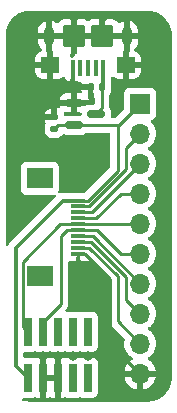
<source format=gtl>
G04 #@! TF.GenerationSoftware,KiCad,Pcbnew,7.0.0-da2b9df05c~165~ubuntu22.04.1*
G04 #@! TF.CreationDate,2023-07-19T14:48:20+00:00*
G04 #@! TF.ProjectId,sensus-breakout,73656e73-7573-42d6-9272-65616b6f7574,rev?*
G04 #@! TF.SameCoordinates,Original*
G04 #@! TF.FileFunction,Copper,L1,Top*
G04 #@! TF.FilePolarity,Positive*
%FSLAX46Y46*%
G04 Gerber Fmt 4.6, Leading zero omitted, Abs format (unit mm)*
G04 Created by KiCad (PCBNEW 7.0.0-da2b9df05c~165~ubuntu22.04.1) date 2023-07-19 14:48:20*
%MOMM*%
%LPD*%
G01*
G04 APERTURE LIST*
G04 Aperture macros list*
%AMRoundRect*
0 Rectangle with rounded corners*
0 $1 Rounding radius*
0 $2 $3 $4 $5 $6 $7 $8 $9 X,Y pos of 4 corners*
0 Add a 4 corners polygon primitive as box body*
4,1,4,$2,$3,$4,$5,$6,$7,$8,$9,$2,$3,0*
0 Add four circle primitives for the rounded corners*
1,1,$1+$1,$2,$3*
1,1,$1+$1,$4,$5*
1,1,$1+$1,$6,$7*
1,1,$1+$1,$8,$9*
0 Add four rect primitives between the rounded corners*
20,1,$1+$1,$2,$3,$4,$5,0*
20,1,$1+$1,$4,$5,$6,$7,0*
20,1,$1+$1,$6,$7,$8,$9,0*
20,1,$1+$1,$8,$9,$2,$3,0*%
G04 Aperture macros list end*
G04 #@! TA.AperFunction,SMDPad,CuDef*
%ADD10RoundRect,0.140000X-0.140000X-0.170000X0.140000X-0.170000X0.140000X0.170000X-0.140000X0.170000X0*%
G04 #@! TD*
G04 #@! TA.AperFunction,SMDPad,CuDef*
%ADD11RoundRect,0.140000X-0.170000X0.140000X-0.170000X-0.140000X0.170000X-0.140000X0.170000X0.140000X0*%
G04 #@! TD*
G04 #@! TA.AperFunction,SMDPad,CuDef*
%ADD12R,0.740000X2.400000*%
G04 #@! TD*
G04 #@! TA.AperFunction,ComponentPad*
%ADD13R,1.700000X1.700000*%
G04 #@! TD*
G04 #@! TA.AperFunction,ComponentPad*
%ADD14O,1.700000X1.700000*%
G04 #@! TD*
G04 #@! TA.AperFunction,SMDPad,CuDef*
%ADD15RoundRect,0.150000X-0.587500X-0.150000X0.587500X-0.150000X0.587500X0.150000X-0.587500X0.150000X0*%
G04 #@! TD*
G04 #@! TA.AperFunction,SMDPad,CuDef*
%ADD16RoundRect,0.100000X0.100000X0.575000X-0.100000X0.575000X-0.100000X-0.575000X0.100000X-0.575000X0*%
G04 #@! TD*
G04 #@! TA.AperFunction,ComponentPad*
%ADD17O,0.900000X1.600000*%
G04 #@! TD*
G04 #@! TA.AperFunction,SMDPad,CuDef*
%ADD18RoundRect,0.250000X0.550000X0.450000X-0.550000X0.450000X-0.550000X-0.450000X0.550000X-0.450000X0*%
G04 #@! TD*
G04 #@! TA.AperFunction,SMDPad,CuDef*
%ADD19RoundRect,0.250000X0.700000X0.700000X-0.700000X0.700000X-0.700000X-0.700000X0.700000X-0.700000X0*%
G04 #@! TD*
G04 #@! TA.AperFunction,SMDPad,CuDef*
%ADD20R,1.300000X0.300000*%
G04 #@! TD*
G04 #@! TA.AperFunction,SMDPad,CuDef*
%ADD21R,2.200000X1.800000*%
G04 #@! TD*
G04 #@! TA.AperFunction,ViaPad*
%ADD22C,0.800000*%
G04 #@! TD*
G04 #@! TA.AperFunction,Conductor*
%ADD23C,0.250000*%
G04 #@! TD*
G04 #@! TA.AperFunction,Conductor*
%ADD24C,0.300000*%
G04 #@! TD*
G04 APERTURE END LIST*
D10*
G04 #@! TO.P,C1,1*
G04 #@! TO.N,GND*
X101588000Y-58539000D03*
G04 #@! TO.P,C1,2*
G04 #@! TO.N,Net-(J5-VBUS)*
X102548000Y-58539000D03*
G04 #@! TD*
D11*
G04 #@! TO.P,C2,1*
G04 #@! TO.N,GND*
X98512000Y-61107000D03*
G04 #@! TO.P,C2,2*
G04 #@! TO.N,+3.3V*
X98512000Y-62067000D03*
G04 #@! TD*
D12*
G04 #@! TO.P,J3,1,Pin_1*
G04 #@! TO.N,+3.3V*
X96265999Y-83147999D03*
G04 #@! TO.P,J3,2,Pin_2*
G04 #@! TO.N,/SWDIO*
X96265999Y-79247999D03*
G04 #@! TO.P,J3,3,Pin_3*
G04 #@! TO.N,GND*
X97535999Y-83147999D03*
G04 #@! TO.P,J3,4,Pin_4*
G04 #@! TO.N,/SWCLK*
X97535999Y-79247999D03*
G04 #@! TO.P,J3,5,Pin_5*
G04 #@! TO.N,GND*
X98805999Y-83147999D03*
G04 #@! TO.P,J3,6,Pin_6*
G04 #@! TO.N,unconnected-(J3-Pin_6-Pad6)*
X98805999Y-79247999D03*
G04 #@! TO.P,J3,7,Pin_7*
G04 #@! TO.N,unconnected-(J3-Pin_7-Pad7)*
X100075999Y-83147999D03*
G04 #@! TO.P,J3,8,Pin_8*
G04 #@! TO.N,unconnected-(J3-Pin_8-Pad8)*
X100075999Y-79247999D03*
G04 #@! TO.P,J3,9,Pin_9*
G04 #@! TO.N,unconnected-(J3-Pin_9-Pad9)*
X101345999Y-83147999D03*
G04 #@! TO.P,J3,10,Pin_10*
G04 #@! TO.N,unconnected-(J3-Pin_10-Pad10)*
X101345999Y-79247999D03*
G04 #@! TD*
D13*
G04 #@! TO.P,J2,1,Pin_1*
G04 #@! TO.N,+3.3V*
X105790999Y-59943999D03*
D14*
G04 #@! TO.P,J2,2,Pin_2*
G04 #@! TO.N,Net-(J1-Pin_2)*
X105790999Y-62483999D03*
G04 #@! TO.P,J2,3,Pin_3*
G04 #@! TO.N,Net-(J1-Pin_3)*
X105790999Y-65023999D03*
G04 #@! TO.P,J2,4,Pin_4*
G04 #@! TO.N,Net-(J1-Pin_4)*
X105790999Y-67563999D03*
G04 #@! TO.P,J2,5,Pin_5*
G04 #@! TO.N,/SWDIO*
X105790999Y-70103999D03*
G04 #@! TO.P,J2,6,Pin_6*
G04 #@! TO.N,/SWCLK*
X105790999Y-72643999D03*
G04 #@! TO.P,J2,7,Pin_7*
G04 #@! TO.N,Net-(J1-Pin_7)*
X105790999Y-75183999D03*
G04 #@! TO.P,J2,8,Pin_8*
G04 #@! TO.N,Net-(J1-Pin_8)*
X105790999Y-77723999D03*
G04 #@! TO.P,J2,9,Pin_9*
G04 #@! TO.N,Net-(J1-Pin_9)*
X105790999Y-80263999D03*
G04 #@! TO.P,J2,10,Pin_10*
G04 #@! TO.N,GND*
X105790999Y-82803999D03*
G04 #@! TD*
D15*
G04 #@! TO.P,U1,1,GND*
G04 #@! TO.N,GND*
X100193000Y-59875000D03*
G04 #@! TO.P,U1,2,VO*
G04 #@! TO.N,+3.3V*
X100193000Y-61775000D03*
G04 #@! TO.P,U1,3,VI*
G04 #@! TO.N,Net-(J5-VBUS)*
X102068000Y-60825000D03*
G04 #@! TD*
D16*
G04 #@! TO.P,J5,1,VBUS*
G04 #@! TO.N,Net-(J5-VBUS)*
X102676000Y-56896000D03*
G04 #@! TO.P,J5,2,D-*
G04 #@! TO.N,unconnected-(J5-D--Pad2)*
X102026000Y-56896000D03*
G04 #@! TO.P,J5,3,D+*
G04 #@! TO.N,unconnected-(J5-D+-Pad3)*
X101376000Y-56896000D03*
G04 #@! TO.P,J5,4,ID*
G04 #@! TO.N,unconnected-(J5-ID-Pad4)*
X100726000Y-56896000D03*
G04 #@! TO.P,J5,5,GND*
G04 #@! TO.N,GND*
X100076000Y-56896000D03*
D17*
G04 #@! TO.P,J5,6,Shield*
X104675999Y-54220999D03*
D18*
X104576000Y-56671000D03*
D19*
X102576000Y-54221000D03*
X100176000Y-54221000D03*
D18*
X98176000Y-56671000D03*
D17*
X98075999Y-54220999D03*
G04 #@! TD*
D20*
G04 #@! TO.P,J1,1,Pin_1*
G04 #@! TO.N,+3.3V*
X100531999Y-68148998D03*
G04 #@! TO.P,J1,2,Pin_2*
G04 #@! TO.N,Net-(J1-Pin_2)*
X100531999Y-68648998D03*
G04 #@! TO.P,J1,3,Pin_3*
G04 #@! TO.N,Net-(J1-Pin_3)*
X100531999Y-69148998D03*
G04 #@! TO.P,J1,4,Pin_4*
G04 #@! TO.N,Net-(J1-Pin_4)*
X100531999Y-69648998D03*
G04 #@! TO.P,J1,5,Pin_5*
G04 #@! TO.N,/SWDIO*
X100531999Y-70148998D03*
G04 #@! TO.P,J1,6,Pin_6*
G04 #@! TO.N,/SWCLK*
X100531999Y-70648998D03*
G04 #@! TO.P,J1,7,Pin_7*
G04 #@! TO.N,Net-(J1-Pin_7)*
X100531999Y-71148998D03*
G04 #@! TO.P,J1,8,Pin_8*
G04 #@! TO.N,Net-(J1-Pin_8)*
X100531999Y-71648998D03*
G04 #@! TO.P,J1,9,Pin_9*
G04 #@! TO.N,Net-(J1-Pin_9)*
X100531999Y-72148998D03*
G04 #@! TO.P,J1,10,Pin_10*
G04 #@! TO.N,GND*
X100531999Y-72648998D03*
D21*
G04 #@! TO.P,J1,MP*
G04 #@! TO.N,N/C*
X97281999Y-66248998D03*
X97281999Y-74548998D03*
G04 #@! TD*
D22*
G04 #@! TO.N,GND*
X98552000Y-59944000D03*
X96266000Y-52832000D03*
X107696000Y-67564000D03*
X107696000Y-70104000D03*
X105791000Y-84582000D03*
X95250000Y-67564000D03*
X107696000Y-65024000D03*
X103124000Y-84582000D03*
X98806000Y-81280000D03*
X100076000Y-81280000D03*
X107696000Y-57404000D03*
X100584000Y-63500000D03*
X107696000Y-77724000D03*
X107696000Y-82804000D03*
X103124000Y-82804000D03*
X97536000Y-81280000D03*
X103124000Y-81280000D03*
X102108000Y-65024000D03*
X95250000Y-57404000D03*
X97028000Y-59944000D03*
X107696000Y-75184000D03*
X102616000Y-52578000D03*
X101346000Y-81280000D03*
X107696000Y-72644000D03*
X107696000Y-59944000D03*
X107696000Y-80264000D03*
X95250000Y-55118000D03*
X106680000Y-52832000D03*
X95250000Y-59944000D03*
X100584000Y-65024000D03*
X107696000Y-55118000D03*
X102108000Y-63500000D03*
X95250000Y-65024000D03*
X95250000Y-69850000D03*
X100203000Y-52578000D03*
X95250000Y-62484000D03*
X107696000Y-62484000D03*
G04 #@! TD*
D23*
G04 #@! TO.N,Net-(J1-Pin_2)*
X101482000Y-68648999D02*
X104616000Y-65514999D01*
X100532000Y-68648999D02*
X101482000Y-68648999D01*
X104616000Y-63659000D02*
X105791000Y-62484000D01*
X104616000Y-65514999D02*
X104616000Y-63659000D01*
G04 #@! TO.N,Net-(J1-Pin_3)*
X100532000Y-69148999D02*
X101666001Y-69148999D01*
X101666001Y-69148999D02*
X105791000Y-65024000D01*
G04 #@! TO.N,Net-(J1-Pin_4)*
X102055001Y-69648999D02*
X104140000Y-67564000D01*
X100532000Y-69648999D02*
X102055001Y-69648999D01*
X104140000Y-67564000D02*
X105791000Y-67564000D01*
G04 #@! TO.N,Net-(J1-Pin_7)*
X100532000Y-71148999D02*
X101755999Y-71148999D01*
X101755999Y-71148999D02*
X105791000Y-75184000D01*
G04 #@! TO.N,Net-(J1-Pin_8)*
X104616000Y-76549000D02*
X105791000Y-77724000D01*
X100532000Y-71648999D02*
X101618396Y-71648999D01*
X104616000Y-74646603D02*
X104616000Y-76549000D01*
X101618396Y-71648999D02*
X104616000Y-74646603D01*
G04 #@! TO.N,Net-(J1-Pin_9)*
X101482000Y-72148999D02*
X103886000Y-74552999D01*
X103886000Y-78359000D02*
X105791000Y-80264000D01*
X100532000Y-72148999D02*
X101482000Y-72148999D01*
X103886000Y-74552999D02*
X103886000Y-78359000D01*
G04 #@! TO.N,GND*
X100532000Y-72648999D02*
X100532000Y-73100000D01*
X103251000Y-80264000D02*
X103251000Y-74803000D01*
X101096999Y-72648999D02*
X100532000Y-72648999D01*
D24*
X100076000Y-56896000D02*
X100076000Y-58166000D01*
D23*
X100584000Y-73152000D02*
X100532000Y-73100000D01*
X103251000Y-74803000D02*
X101096999Y-72648999D01*
X105791000Y-82804000D02*
X103251000Y-80264000D01*
G04 #@! TO.N,Net-(J5-VBUS)*
X102548000Y-60345000D02*
X102068000Y-60825000D01*
D24*
X102676000Y-58411000D02*
X102548000Y-58539000D01*
D23*
X102548000Y-58539000D02*
X102548000Y-60345000D01*
D24*
X102676000Y-56896000D02*
X102676000Y-58411000D01*
D23*
G04 #@! TO.N,+3.3V*
X100193000Y-61775000D02*
X98804000Y-61775000D01*
D24*
X99237001Y-68148999D02*
X100532000Y-68148999D01*
D23*
X101345604Y-68148999D02*
X103886000Y-65608603D01*
X100193000Y-61775000D02*
X103812000Y-61775000D01*
X103812000Y-61775000D02*
X103886000Y-61849000D01*
X103886000Y-61849000D02*
X105791000Y-59944000D01*
D24*
X95250000Y-72136000D02*
X99237001Y-68148999D01*
D23*
X103886000Y-65608603D02*
X103886000Y-61849000D01*
X98804000Y-61775000D02*
X98512000Y-62067000D01*
D24*
X95250000Y-82132000D02*
X95250000Y-72136000D01*
D23*
X100532000Y-68148999D02*
X101345604Y-68148999D01*
D24*
X96266000Y-83148000D02*
X95250000Y-82132000D01*
D23*
G04 #@! TO.N,/SWDIO*
X95857000Y-73323999D02*
X99032000Y-70148999D01*
X105746001Y-70148999D02*
X105791000Y-70104000D01*
X99032000Y-70148999D02*
X100532000Y-70148999D01*
X100532000Y-70148999D02*
X105746001Y-70148999D01*
X95857000Y-78839000D02*
X95857000Y-73323999D01*
X96266000Y-79248000D02*
X95857000Y-78839000D01*
G04 #@! TO.N,/SWCLK*
X97536000Y-79248000D02*
X97536000Y-78418000D01*
X97536000Y-78418000D02*
X99060000Y-76894000D01*
X99582000Y-70648999D02*
X100532000Y-70648999D01*
X99060000Y-71170999D02*
X99582000Y-70648999D01*
X99060000Y-76894000D02*
X99060000Y-71170999D01*
X100532000Y-70648999D02*
X102144999Y-70648999D01*
X104140000Y-72644000D02*
X105791000Y-72644000D01*
X102144999Y-70648999D02*
X104140000Y-72644000D01*
G04 #@! TD*
G04 #@! TA.AperFunction,Conductor*
G04 #@! TO.N,GND*
G36*
X106428019Y-52070633D02*
G01*
X106457188Y-52072544D01*
X106509780Y-52075991D01*
X106695833Y-52089298D01*
X106703475Y-52090328D01*
X106821233Y-52113752D01*
X106968306Y-52145746D01*
X106975052Y-52147618D01*
X107095739Y-52188585D01*
X107197438Y-52226517D01*
X107230528Y-52238860D01*
X107236286Y-52241346D01*
X107353386Y-52299093D01*
X107477587Y-52366912D01*
X107482314Y-52369773D01*
X107540141Y-52408412D01*
X107590885Y-52442318D01*
X107593595Y-52444236D01*
X107593872Y-52444443D01*
X107704895Y-52527553D01*
X107708603Y-52530560D01*
X107807200Y-52617027D01*
X107810146Y-52619786D01*
X107908211Y-52717851D01*
X107910971Y-52720798D01*
X107997430Y-52819385D01*
X108000451Y-52823111D01*
X108083762Y-52934403D01*
X108085680Y-52937113D01*
X108158220Y-53045676D01*
X108161086Y-53050410D01*
X108228906Y-53174613D01*
X108286652Y-53291712D01*
X108289138Y-53297470D01*
X108339412Y-53432254D01*
X108380378Y-53552939D01*
X108382253Y-53559694D01*
X108414247Y-53706766D01*
X108437667Y-53824507D01*
X108438702Y-53832187D01*
X108452017Y-54018354D01*
X108457367Y-54099967D01*
X108457500Y-54104024D01*
X108457500Y-83143123D01*
X108457367Y-83147178D01*
X108452037Y-83228527D01*
X108438699Y-83415013D01*
X108437665Y-83422691D01*
X108414343Y-83539952D01*
X108382233Y-83687556D01*
X108380359Y-83694310D01*
X108339572Y-83814473D01*
X108289080Y-83949844D01*
X108286594Y-83955601D01*
X108229125Y-84072145D01*
X108195004Y-84134634D01*
X108160972Y-84196958D01*
X108158106Y-84201691D01*
X108085945Y-84309692D01*
X108084026Y-84312404D01*
X108000245Y-84424320D01*
X107997225Y-84428045D01*
X107911275Y-84526055D01*
X107908500Y-84529017D01*
X107809838Y-84627680D01*
X107806876Y-84630454D01*
X107708927Y-84716354D01*
X107705201Y-84719375D01*
X107593109Y-84803285D01*
X107590400Y-84805202D01*
X107482657Y-84877196D01*
X107477922Y-84880063D01*
X107352617Y-84948485D01*
X107236633Y-85005681D01*
X107230875Y-85008167D01*
X107094518Y-85059028D01*
X106975399Y-85099463D01*
X106968644Y-85101338D01*
X106819009Y-85133890D01*
X106703817Y-85156803D01*
X106696137Y-85157838D01*
X106502871Y-85171661D01*
X106428632Y-85176526D01*
X106424577Y-85176659D01*
X96434877Y-85176659D01*
X96430823Y-85176526D01*
X96349466Y-85171195D01*
X96162989Y-85157858D01*
X96155311Y-85156824D01*
X96038016Y-85133495D01*
X95890453Y-85101395D01*
X95883695Y-85099519D01*
X95855411Y-85089917D01*
X95798258Y-85049726D01*
X95771906Y-84985016D01*
X95784723Y-84916332D01*
X95832638Y-84865481D01*
X95895269Y-84848499D01*
X96683872Y-84848499D01*
X96743483Y-84842091D01*
X96858383Y-84799235D01*
X96928073Y-84794252D01*
X96945049Y-84799236D01*
X97058623Y-84841597D01*
X97058627Y-84841598D01*
X97118155Y-84847999D01*
X97118172Y-84848000D01*
X97286000Y-84848000D01*
X97286000Y-83398000D01*
X97786000Y-83398000D01*
X97786000Y-84848000D01*
X97953828Y-84848000D01*
X97953844Y-84847999D01*
X98013372Y-84841598D01*
X98013376Y-84841597D01*
X98127666Y-84798969D01*
X98197357Y-84793985D01*
X98214334Y-84798969D01*
X98328623Y-84841597D01*
X98328627Y-84841598D01*
X98388155Y-84847999D01*
X98388172Y-84848000D01*
X98556000Y-84848000D01*
X99056000Y-84848000D01*
X99223828Y-84848000D01*
X99223844Y-84847999D01*
X99283372Y-84841598D01*
X99283376Y-84841597D01*
X99396951Y-84799236D01*
X99466643Y-84794252D01*
X99483608Y-84799232D01*
X99598517Y-84842091D01*
X99658127Y-84848500D01*
X100493872Y-84848499D01*
X100553483Y-84842091D01*
X100667668Y-84799502D01*
X100737357Y-84794519D01*
X100754332Y-84799503D01*
X100868517Y-84842091D01*
X100868516Y-84842091D01*
X100875444Y-84842835D01*
X100928127Y-84848500D01*
X101763872Y-84848499D01*
X101823483Y-84842091D01*
X101958331Y-84791796D01*
X102073546Y-84705546D01*
X102159796Y-84590331D01*
X102210091Y-84455483D01*
X102216500Y-84395873D01*
X102216499Y-81900128D01*
X102210091Y-81840517D01*
X102182257Y-81765891D01*
X102159797Y-81705671D01*
X102159793Y-81705664D01*
X102073547Y-81590455D01*
X102073544Y-81590452D01*
X101958335Y-81504206D01*
X101958328Y-81504202D01*
X101823482Y-81453908D01*
X101823483Y-81453908D01*
X101763883Y-81447501D01*
X101763881Y-81447500D01*
X101763873Y-81447500D01*
X101763864Y-81447500D01*
X100928129Y-81447500D01*
X100928123Y-81447501D01*
X100868515Y-81453909D01*
X100754331Y-81496496D01*
X100684639Y-81501480D01*
X100667666Y-81496496D01*
X100553482Y-81453908D01*
X100553483Y-81453908D01*
X100493883Y-81447501D01*
X100493881Y-81447500D01*
X100493873Y-81447500D01*
X100493864Y-81447500D01*
X99658129Y-81447500D01*
X99658123Y-81447501D01*
X99598516Y-81453908D01*
X99483618Y-81496763D01*
X99413926Y-81501747D01*
X99396952Y-81496763D01*
X99283379Y-81454403D01*
X99283372Y-81454401D01*
X99223844Y-81448000D01*
X99056000Y-81448000D01*
X99056000Y-84848000D01*
X98556000Y-84848000D01*
X98556000Y-83398000D01*
X97786000Y-83398000D01*
X97286000Y-83398000D01*
X97286000Y-81448000D01*
X97786000Y-81448000D01*
X97786000Y-82898000D01*
X98556000Y-82898000D01*
X98556000Y-81448000D01*
X98388155Y-81448000D01*
X98328627Y-81454401D01*
X98328616Y-81454403D01*
X98214331Y-81497029D01*
X98144640Y-81502013D01*
X98127666Y-81497029D01*
X98013379Y-81454403D01*
X98013372Y-81454401D01*
X97953844Y-81448000D01*
X97786000Y-81448000D01*
X97286000Y-81448000D01*
X97118155Y-81448000D01*
X97058627Y-81454401D01*
X97058620Y-81454403D01*
X96945047Y-81496763D01*
X96875355Y-81501747D01*
X96858381Y-81496763D01*
X96743482Y-81453908D01*
X96743483Y-81453908D01*
X96683883Y-81447501D01*
X96683881Y-81447500D01*
X96683873Y-81447500D01*
X96683865Y-81447500D01*
X96024500Y-81447500D01*
X95957461Y-81427815D01*
X95911706Y-81375011D01*
X95900500Y-81323500D01*
X95900500Y-81072499D01*
X95920185Y-81005460D01*
X95972989Y-80959705D01*
X96024500Y-80948499D01*
X96683871Y-80948499D01*
X96683872Y-80948499D01*
X96743483Y-80942091D01*
X96857667Y-80899502D01*
X96927358Y-80894519D01*
X96944333Y-80899503D01*
X97058517Y-80942091D01*
X97058516Y-80942091D01*
X97065444Y-80942835D01*
X97118127Y-80948500D01*
X97953872Y-80948499D01*
X98013483Y-80942091D01*
X98127668Y-80899502D01*
X98197357Y-80894519D01*
X98214332Y-80899503D01*
X98328517Y-80942091D01*
X98328516Y-80942091D01*
X98335444Y-80942835D01*
X98388127Y-80948500D01*
X99223872Y-80948499D01*
X99283483Y-80942091D01*
X99397667Y-80899502D01*
X99467358Y-80894519D01*
X99484333Y-80899503D01*
X99598517Y-80942091D01*
X99598516Y-80942091D01*
X99605444Y-80942835D01*
X99658127Y-80948500D01*
X100493872Y-80948499D01*
X100553483Y-80942091D01*
X100667667Y-80899502D01*
X100737358Y-80894519D01*
X100754333Y-80899503D01*
X100868517Y-80942091D01*
X100868516Y-80942091D01*
X100875444Y-80942835D01*
X100928127Y-80948500D01*
X101763872Y-80948499D01*
X101823483Y-80942091D01*
X101958331Y-80891796D01*
X102073546Y-80805546D01*
X102159796Y-80690331D01*
X102210091Y-80555483D01*
X102216500Y-80495873D01*
X102216499Y-78000128D01*
X102210091Y-77940517D01*
X102159796Y-77805669D01*
X102159795Y-77805668D01*
X102159793Y-77805664D01*
X102073547Y-77690455D01*
X102073544Y-77690452D01*
X101958335Y-77604206D01*
X101958328Y-77604202D01*
X101823482Y-77553908D01*
X101823483Y-77553908D01*
X101763883Y-77547501D01*
X101763881Y-77547500D01*
X101763873Y-77547500D01*
X101763864Y-77547500D01*
X100928129Y-77547500D01*
X100928123Y-77547501D01*
X100868516Y-77553908D01*
X100754333Y-77596496D01*
X100684641Y-77601480D01*
X100667667Y-77596496D01*
X100553482Y-77553908D01*
X100553483Y-77553908D01*
X100493883Y-77547501D01*
X100493881Y-77547500D01*
X100493873Y-77547500D01*
X100493864Y-77547500D01*
X99658129Y-77547500D01*
X99658120Y-77547501D01*
X99597382Y-77554030D01*
X99528623Y-77541623D01*
X99477487Y-77494011D01*
X99460209Y-77426311D01*
X99482276Y-77360017D01*
X99493736Y-77345858D01*
X99509226Y-77329364D01*
X99530120Y-77308471D01*
X99534379Y-77302978D01*
X99538152Y-77298561D01*
X99570062Y-77264582D01*
X99579713Y-77247024D01*
X99590396Y-77230761D01*
X99602673Y-77214936D01*
X99621185Y-77172153D01*
X99623738Y-77166941D01*
X99646197Y-77126092D01*
X99651180Y-77106680D01*
X99657481Y-77088280D01*
X99665437Y-77069896D01*
X99672729Y-77023852D01*
X99673906Y-77018171D01*
X99685500Y-76973019D01*
X99685500Y-76952982D01*
X99687027Y-76933582D01*
X99690160Y-76913804D01*
X99685775Y-76867415D01*
X99685500Y-76861577D01*
X99685500Y-73421061D01*
X99705185Y-73354022D01*
X99757989Y-73308267D01*
X99822759Y-73297772D01*
X99834163Y-73298998D01*
X99834172Y-73298999D01*
X100382000Y-73298999D01*
X100382000Y-72923498D01*
X100401685Y-72856459D01*
X100454489Y-72810704D01*
X100505997Y-72799498D01*
X100558001Y-72799498D01*
X100625039Y-72819183D01*
X100670794Y-72871987D01*
X100682000Y-72923498D01*
X100682000Y-73298999D01*
X101229828Y-73298999D01*
X101229844Y-73298998D01*
X101289372Y-73292597D01*
X101289379Y-73292595D01*
X101424085Y-73242353D01*
X101490578Y-73192576D01*
X101556042Y-73168158D01*
X101624316Y-73183009D01*
X101652572Y-73204161D01*
X103224181Y-74775770D01*
X103257666Y-74837093D01*
X103260500Y-74863451D01*
X103260499Y-78276255D01*
X103258776Y-78291872D01*
X103259061Y-78291899D01*
X103258326Y-78299665D01*
X103260500Y-78368814D01*
X103260500Y-78398343D01*
X103260501Y-78398360D01*
X103261368Y-78405231D01*
X103261826Y-78411050D01*
X103263290Y-78457624D01*
X103263291Y-78457627D01*
X103268880Y-78476867D01*
X103272824Y-78495911D01*
X103275336Y-78515791D01*
X103292490Y-78559119D01*
X103294382Y-78564647D01*
X103307381Y-78609388D01*
X103317580Y-78626634D01*
X103326138Y-78644103D01*
X103333514Y-78662732D01*
X103360898Y-78700423D01*
X103364106Y-78705307D01*
X103387827Y-78745416D01*
X103387833Y-78745424D01*
X103401990Y-78759580D01*
X103414628Y-78774376D01*
X103426405Y-78790586D01*
X103426406Y-78790587D01*
X103462309Y-78820288D01*
X103466620Y-78824210D01*
X104035007Y-79392597D01*
X104450762Y-79808352D01*
X104484247Y-79869675D01*
X104482856Y-79928126D01*
X104455938Y-80028586D01*
X104455936Y-80028596D01*
X104435341Y-80263999D01*
X104435341Y-80264000D01*
X104455936Y-80499403D01*
X104455938Y-80499413D01*
X104517094Y-80727655D01*
X104517096Y-80727659D01*
X104517097Y-80727663D01*
X104597228Y-80899503D01*
X104616965Y-80941830D01*
X104616967Y-80941834D01*
X104725281Y-81096521D01*
X104752505Y-81135401D01*
X104919599Y-81302495D01*
X105098574Y-81427815D01*
X105105594Y-81432730D01*
X105149219Y-81487307D01*
X105156413Y-81556805D01*
X105124890Y-81619160D01*
X105105595Y-81635880D01*
X104919922Y-81765890D01*
X104919920Y-81765891D01*
X104752891Y-81932920D01*
X104752886Y-81932926D01*
X104617400Y-82126420D01*
X104617399Y-82126422D01*
X104517570Y-82340507D01*
X104517567Y-82340513D01*
X104460364Y-82553999D01*
X104460364Y-82554000D01*
X105357314Y-82554000D01*
X105331507Y-82594156D01*
X105291000Y-82732111D01*
X105291000Y-82875889D01*
X105331507Y-83013844D01*
X105357314Y-83054000D01*
X104460364Y-83054000D01*
X104517567Y-83267486D01*
X104517570Y-83267492D01*
X104617399Y-83481578D01*
X104752894Y-83675082D01*
X104919917Y-83842105D01*
X105113421Y-83977600D01*
X105327507Y-84077429D01*
X105327516Y-84077433D01*
X105541000Y-84134634D01*
X105541000Y-83239501D01*
X105648685Y-83288680D01*
X105755237Y-83304000D01*
X105826763Y-83304000D01*
X105933315Y-83288680D01*
X106040999Y-83239501D01*
X106040999Y-84134633D01*
X106254483Y-84077433D01*
X106254492Y-84077429D01*
X106468578Y-83977600D01*
X106662082Y-83842105D01*
X106829105Y-83675082D01*
X106964600Y-83481578D01*
X107064429Y-83267492D01*
X107064432Y-83267486D01*
X107121636Y-83054000D01*
X106224686Y-83054000D01*
X106250493Y-83013844D01*
X106291000Y-82875889D01*
X106291000Y-82732111D01*
X106250493Y-82594156D01*
X106224686Y-82554000D01*
X107121636Y-82554000D01*
X107121635Y-82553999D01*
X107064432Y-82340513D01*
X107064429Y-82340507D01*
X106964600Y-82126422D01*
X106964599Y-82126420D01*
X106829113Y-81932926D01*
X106829108Y-81932920D01*
X106662078Y-81765890D01*
X106476405Y-81635879D01*
X106432780Y-81581302D01*
X106425588Y-81511804D01*
X106457110Y-81449449D01*
X106476406Y-81432730D01*
X106662401Y-81302495D01*
X106829495Y-81135401D01*
X106965035Y-80941830D01*
X107064903Y-80727663D01*
X107126063Y-80499408D01*
X107146659Y-80264000D01*
X107126063Y-80028592D01*
X107064903Y-79800337D01*
X106965035Y-79586171D01*
X106829495Y-79392599D01*
X106829494Y-79392597D01*
X106662402Y-79225506D01*
X106662396Y-79225501D01*
X106476842Y-79095575D01*
X106433217Y-79040998D01*
X106426023Y-78971500D01*
X106457546Y-78909145D01*
X106476842Y-78892425D01*
X106579864Y-78820288D01*
X106662401Y-78762495D01*
X106829495Y-78595401D01*
X106965035Y-78401830D01*
X107064903Y-78187663D01*
X107126063Y-77959408D01*
X107146659Y-77724000D01*
X107126063Y-77488592D01*
X107075713Y-77300680D01*
X107064905Y-77260344D01*
X107064904Y-77260343D01*
X107064903Y-77260337D01*
X106965035Y-77046171D01*
X106945421Y-77018158D01*
X106829494Y-76852597D01*
X106662402Y-76685506D01*
X106662396Y-76685501D01*
X106476842Y-76555575D01*
X106433217Y-76500998D01*
X106426023Y-76431500D01*
X106457546Y-76369145D01*
X106476842Y-76352425D01*
X106499026Y-76336891D01*
X106662401Y-76222495D01*
X106829495Y-76055401D01*
X106965035Y-75861830D01*
X107064903Y-75647663D01*
X107126063Y-75419408D01*
X107146659Y-75184000D01*
X107126063Y-74948592D01*
X107064903Y-74720337D01*
X106965035Y-74506171D01*
X106829495Y-74312599D01*
X106829494Y-74312597D01*
X106662402Y-74145506D01*
X106662396Y-74145501D01*
X106476842Y-74015575D01*
X106433217Y-73960998D01*
X106426023Y-73891500D01*
X106457546Y-73829145D01*
X106476842Y-73812425D01*
X106499026Y-73796891D01*
X106662401Y-73682495D01*
X106829495Y-73515401D01*
X106965035Y-73321830D01*
X107064903Y-73107663D01*
X107126063Y-72879408D01*
X107146659Y-72644000D01*
X107126063Y-72408592D01*
X107064903Y-72180337D01*
X106965035Y-71966171D01*
X106964652Y-71965623D01*
X106829494Y-71772597D01*
X106662402Y-71605506D01*
X106662396Y-71605501D01*
X106476842Y-71475575D01*
X106433217Y-71420998D01*
X106426023Y-71351500D01*
X106457546Y-71289145D01*
X106476842Y-71272425D01*
X106499026Y-71256891D01*
X106662401Y-71142495D01*
X106829495Y-70975401D01*
X106965035Y-70781830D01*
X107064903Y-70567663D01*
X107126063Y-70339408D01*
X107146659Y-70104000D01*
X107126063Y-69868592D01*
X107064903Y-69640337D01*
X106965035Y-69426171D01*
X106965032Y-69426166D01*
X106829494Y-69232597D01*
X106662402Y-69065506D01*
X106662396Y-69065501D01*
X106476842Y-68935575D01*
X106433217Y-68880998D01*
X106426023Y-68811500D01*
X106457546Y-68749145D01*
X106476842Y-68732425D01*
X106499026Y-68716891D01*
X106662401Y-68602495D01*
X106829495Y-68435401D01*
X106965035Y-68241830D01*
X107064903Y-68027663D01*
X107126063Y-67799408D01*
X107146659Y-67564000D01*
X107126063Y-67328592D01*
X107064903Y-67100337D01*
X106965035Y-66886171D01*
X106829495Y-66692599D01*
X106829494Y-66692597D01*
X106662402Y-66525506D01*
X106662396Y-66525501D01*
X106476842Y-66395575D01*
X106433217Y-66340998D01*
X106426023Y-66271500D01*
X106457546Y-66209145D01*
X106476842Y-66192425D01*
X106499026Y-66176891D01*
X106662401Y-66062495D01*
X106829495Y-65895401D01*
X106965035Y-65701830D01*
X107064903Y-65487663D01*
X107126063Y-65259408D01*
X107146659Y-65024000D01*
X107126063Y-64788592D01*
X107064903Y-64560337D01*
X106965035Y-64346171D01*
X106829495Y-64152599D01*
X106829494Y-64152597D01*
X106662402Y-63985506D01*
X106662396Y-63985501D01*
X106476842Y-63855575D01*
X106433217Y-63800998D01*
X106426023Y-63731500D01*
X106457546Y-63669145D01*
X106476842Y-63652425D01*
X106499026Y-63636891D01*
X106662401Y-63522495D01*
X106829495Y-63355401D01*
X106965035Y-63161830D01*
X107064903Y-62947663D01*
X107126063Y-62719408D01*
X107146659Y-62484000D01*
X107126063Y-62248592D01*
X107064903Y-62020337D01*
X106965035Y-61806171D01*
X106870110Y-61670604D01*
X106829496Y-61612600D01*
X106808009Y-61591113D01*
X106707567Y-61490671D01*
X106674084Y-61429351D01*
X106679068Y-61359659D01*
X106720939Y-61303725D01*
X106751915Y-61286810D01*
X106883331Y-61237796D01*
X106998546Y-61151546D01*
X107084796Y-61036331D01*
X107135091Y-60901483D01*
X107141500Y-60841873D01*
X107141499Y-59046128D01*
X107135091Y-58986517D01*
X107130508Y-58974230D01*
X107084797Y-58851671D01*
X107084793Y-58851664D01*
X106998547Y-58736455D01*
X106998544Y-58736452D01*
X106883335Y-58650206D01*
X106883328Y-58650202D01*
X106748482Y-58599908D01*
X106748483Y-58599908D01*
X106688883Y-58593501D01*
X106688881Y-58593500D01*
X106688873Y-58593500D01*
X106688864Y-58593500D01*
X104893129Y-58593500D01*
X104893123Y-58593501D01*
X104833516Y-58599908D01*
X104698671Y-58650202D01*
X104698664Y-58650206D01*
X104583455Y-58736452D01*
X104583452Y-58736455D01*
X104497206Y-58851664D01*
X104497202Y-58851671D01*
X104446908Y-58986517D01*
X104441443Y-59037352D01*
X104440501Y-59046123D01*
X104440500Y-59046135D01*
X104440500Y-60358546D01*
X104420815Y-60425585D01*
X104404181Y-60446227D01*
X103737228Y-61113181D01*
X103675905Y-61146666D01*
X103649547Y-61149500D01*
X103430000Y-61149500D01*
X103362961Y-61129815D01*
X103317206Y-61077011D01*
X103306000Y-61025500D01*
X103306000Y-60609304D01*
X103303098Y-60572432D01*
X103303097Y-60572426D01*
X103257245Y-60414606D01*
X103257244Y-60414602D01*
X103233805Y-60374968D01*
X103190768Y-60302195D01*
X103173500Y-60239075D01*
X103173500Y-59178878D01*
X103193185Y-59111839D01*
X103197480Y-59105763D01*
X103198115Y-59104688D01*
X103198117Y-59104687D01*
X103280494Y-58965395D01*
X103325643Y-58809993D01*
X103328500Y-58773690D01*
X103328499Y-58459321D01*
X103330027Y-58439921D01*
X103331346Y-58431595D01*
X103328775Y-58404395D01*
X103328500Y-58398558D01*
X103328500Y-58304308D01*
X103326691Y-58281323D01*
X103326500Y-58276457D01*
X103326500Y-57781522D01*
X103346185Y-57714483D01*
X103398989Y-57668728D01*
X103468147Y-57658784D01*
X103531703Y-57687809D01*
X103538183Y-57693843D01*
X103557655Y-57713316D01*
X103706875Y-57805356D01*
X103706880Y-57805358D01*
X103873302Y-57860505D01*
X103873309Y-57860506D01*
X103976019Y-57870999D01*
X104325999Y-57870999D01*
X104326000Y-57870998D01*
X104326000Y-56921000D01*
X104826000Y-56921000D01*
X104826000Y-57870999D01*
X105175972Y-57870999D01*
X105175986Y-57870998D01*
X105278697Y-57860505D01*
X105445119Y-57805358D01*
X105445124Y-57805356D01*
X105594345Y-57713315D01*
X105718315Y-57589345D01*
X105810356Y-57440124D01*
X105810358Y-57440119D01*
X105865505Y-57273697D01*
X105865506Y-57273690D01*
X105875999Y-57170986D01*
X105876000Y-57170973D01*
X105876000Y-56921000D01*
X104826000Y-56921000D01*
X104326000Y-56921000D01*
X104326000Y-55555000D01*
X104345685Y-55487961D01*
X104398489Y-55442206D01*
X104419327Y-55437672D01*
X104426000Y-55430999D01*
X104426000Y-54595624D01*
X104440505Y-54668545D01*
X104495760Y-54751240D01*
X104578455Y-54806495D01*
X104676000Y-54825898D01*
X104773545Y-54806495D01*
X104856240Y-54751240D01*
X104911495Y-54668545D01*
X104926000Y-54595624D01*
X104926000Y-55437000D01*
X104906315Y-55504039D01*
X104853511Y-55549794D01*
X104832672Y-55554327D01*
X104826000Y-55561000D01*
X104826000Y-56421000D01*
X105875998Y-56421000D01*
X105875999Y-56171028D01*
X105875998Y-56171013D01*
X105865505Y-56068302D01*
X105810358Y-55901880D01*
X105810356Y-55901875D01*
X105718315Y-55752654D01*
X105594345Y-55628684D01*
X105445124Y-55536643D01*
X105445119Y-55536641D01*
X105340346Y-55501923D01*
X105282901Y-55462150D01*
X105256078Y-55397634D01*
X105268393Y-55328859D01*
X105293919Y-55294342D01*
X105400535Y-55192997D01*
X105400535Y-55192996D01*
X105510913Y-55034413D01*
X105587106Y-54856862D01*
X105626000Y-54667606D01*
X105626000Y-54471000D01*
X104926000Y-54471000D01*
X104926000Y-53971000D01*
X105626000Y-53971000D01*
X105626000Y-53822823D01*
X105611352Y-53678778D01*
X105553515Y-53494438D01*
X105553510Y-53494428D01*
X105459748Y-53325501D01*
X105459743Y-53325494D01*
X105333892Y-53178894D01*
X105181109Y-53060631D01*
X105181105Y-53060629D01*
X105007642Y-52975542D01*
X105007643Y-52975542D01*
X104926000Y-52954403D01*
X104926000Y-53846376D01*
X104911495Y-53773455D01*
X104856240Y-53690760D01*
X104773545Y-53635505D01*
X104676000Y-53616102D01*
X104578455Y-53635505D01*
X104495760Y-53690760D01*
X104440505Y-53773455D01*
X104426000Y-53846376D01*
X104426000Y-52950528D01*
X104255472Y-53013685D01*
X104255468Y-53013687D01*
X104091496Y-53115892D01*
X104086141Y-53120983D01*
X104023988Y-53152900D01*
X103954445Y-53146148D01*
X103899592Y-53102870D01*
X103895175Y-53096200D01*
X103868317Y-53052656D01*
X103744345Y-52928684D01*
X103595124Y-52836643D01*
X103595119Y-52836641D01*
X103428697Y-52781494D01*
X103428690Y-52781493D01*
X103325986Y-52771000D01*
X102826000Y-52771000D01*
X102826000Y-53971000D01*
X104426000Y-53971000D01*
X104426000Y-54471000D01*
X100426000Y-54471000D01*
X100426000Y-55607341D01*
X100406315Y-55674380D01*
X100353511Y-55720135D01*
X100285814Y-55730280D01*
X100276000Y-55728987D01*
X100275999Y-55728988D01*
X100275999Y-55771500D01*
X100256314Y-55838540D01*
X100227489Y-55869872D01*
X100197720Y-55892715D01*
X100190688Y-55901880D01*
X100137182Y-55971611D01*
X100098376Y-56022184D01*
X100041948Y-56063386D01*
X99972202Y-56067541D01*
X99911281Y-56033329D01*
X99878529Y-55971611D01*
X99876000Y-55946697D01*
X99876000Y-55772361D01*
X99895685Y-55705322D01*
X99912319Y-55684680D01*
X99926000Y-55670999D01*
X99926000Y-54471000D01*
X98326000Y-54471000D01*
X98326000Y-53971000D01*
X99926000Y-53971000D01*
X99926000Y-52771000D01*
X100426000Y-52771000D01*
X100426000Y-53971000D01*
X102326000Y-53971000D01*
X102326000Y-52771000D01*
X101826028Y-52771000D01*
X101826012Y-52771001D01*
X101723302Y-52781494D01*
X101556880Y-52836641D01*
X101556871Y-52836645D01*
X101441096Y-52908056D01*
X101373704Y-52926496D01*
X101310904Y-52908056D01*
X101195128Y-52836645D01*
X101195119Y-52836641D01*
X101028697Y-52781494D01*
X101028690Y-52781493D01*
X100925986Y-52771000D01*
X100426000Y-52771000D01*
X99926000Y-52771000D01*
X99426028Y-52771000D01*
X99426012Y-52771001D01*
X99323302Y-52781494D01*
X99156880Y-52836641D01*
X99156875Y-52836643D01*
X99007654Y-52928684D01*
X98883682Y-53052656D01*
X98854967Y-53099211D01*
X98803019Y-53145935D01*
X98734056Y-53157156D01*
X98673528Y-53132169D01*
X98581109Y-53060632D01*
X98581105Y-53060629D01*
X98407642Y-52975542D01*
X98407643Y-52975542D01*
X98326000Y-52954403D01*
X98326000Y-53846376D01*
X98311495Y-53773455D01*
X98256240Y-53690760D01*
X98173545Y-53635505D01*
X98076000Y-53616102D01*
X97978455Y-53635505D01*
X97895760Y-53690760D01*
X97840505Y-53773455D01*
X97826000Y-53846376D01*
X97826000Y-52950528D01*
X97655472Y-53013685D01*
X97655468Y-53013687D01*
X97491496Y-53115892D01*
X97351465Y-53249002D01*
X97351464Y-53249003D01*
X97241086Y-53407586D01*
X97164893Y-53585137D01*
X97126000Y-53774393D01*
X97126000Y-53971000D01*
X97826000Y-53971000D01*
X97826000Y-54471000D01*
X97126000Y-54471000D01*
X97125999Y-54619176D01*
X97140647Y-54763221D01*
X97198484Y-54947561D01*
X97198489Y-54947571D01*
X97292251Y-55116498D01*
X97292256Y-55116505D01*
X97418107Y-55263105D01*
X97448089Y-55286313D01*
X97489053Y-55342914D01*
X97492914Y-55412677D01*
X97458444Y-55473452D01*
X97411193Y-55502075D01*
X97306878Y-55536642D01*
X97306875Y-55536643D01*
X97157654Y-55628684D01*
X97033684Y-55752654D01*
X96941643Y-55901875D01*
X96941641Y-55901880D01*
X96886494Y-56068302D01*
X96886493Y-56068309D01*
X96876000Y-56171013D01*
X96876000Y-56421000D01*
X97926000Y-56421000D01*
X97926000Y-55561000D01*
X97916023Y-55551023D01*
X97882961Y-55541315D01*
X97837206Y-55488511D01*
X97826000Y-55437000D01*
X97826000Y-54595624D01*
X97840505Y-54668545D01*
X97895760Y-54751240D01*
X97978455Y-54806495D01*
X98076000Y-54825898D01*
X98173545Y-54806495D01*
X98256240Y-54751240D01*
X98311495Y-54668545D01*
X98326000Y-54595624D01*
X98326000Y-55430999D01*
X98335976Y-55440976D01*
X98369039Y-55450685D01*
X98414794Y-55503489D01*
X98426000Y-55555000D01*
X98426000Y-57870999D01*
X98775972Y-57870999D01*
X98775986Y-57870998D01*
X98878697Y-57860505D01*
X99045119Y-57805358D01*
X99045124Y-57805356D01*
X99194344Y-57713315D01*
X99227586Y-57680074D01*
X99288908Y-57646588D01*
X99358600Y-57651572D01*
X99414534Y-57693442D01*
X99429829Y-57720302D01*
X99451899Y-57773586D01*
X99548075Y-57898924D01*
X99673414Y-57995100D01*
X99819366Y-58055555D01*
X99819372Y-58055557D01*
X99875998Y-58063011D01*
X99876000Y-58063010D01*
X99876000Y-57845302D01*
X99895685Y-57778263D01*
X99948489Y-57732508D01*
X100017647Y-57722564D01*
X100081203Y-57751589D01*
X100098376Y-57769816D01*
X100101463Y-57773839D01*
X100101464Y-57773841D01*
X100197718Y-57899282D01*
X100227485Y-57922123D01*
X100268688Y-57978548D01*
X100276000Y-58020499D01*
X100276000Y-58063010D01*
X100332631Y-58055555D01*
X100352887Y-58047165D01*
X100422356Y-58039693D01*
X100447798Y-58047163D01*
X100469238Y-58056044D01*
X100586639Y-58071500D01*
X100702816Y-58071499D01*
X100769855Y-58091183D01*
X100815610Y-58143987D01*
X100825554Y-58213145D01*
X100821893Y-58230093D01*
X100810854Y-58268087D01*
X100809209Y-58288999D01*
X100809210Y-58289000D01*
X101643500Y-58289000D01*
X101710539Y-58308685D01*
X101756294Y-58361489D01*
X101767500Y-58413000D01*
X101767500Y-58773692D01*
X101770356Y-58809991D01*
X101770357Y-58809997D01*
X101815503Y-58965389D01*
X101815505Y-58965393D01*
X101815506Y-58965395D01*
X101820732Y-58974233D01*
X101838000Y-59037352D01*
X101838000Y-59343504D01*
X101872952Y-59369747D01*
X101914743Y-59425740D01*
X101922500Y-59468908D01*
X101922500Y-59900500D01*
X101902815Y-59967539D01*
X101850011Y-60013294D01*
X101798500Y-60024500D01*
X101414804Y-60024500D01*
X101377932Y-60027401D01*
X101377926Y-60027402D01*
X101220106Y-60073254D01*
X101220103Y-60073255D01*
X101161806Y-60107732D01*
X101098685Y-60125000D01*
X100443000Y-60125000D01*
X100443000Y-60675000D01*
X100706000Y-60675000D01*
X100773039Y-60694685D01*
X100818794Y-60747489D01*
X100830000Y-60799000D01*
X100830000Y-60850500D01*
X100810315Y-60917539D01*
X100757511Y-60963294D01*
X100706000Y-60974500D01*
X99539804Y-60974500D01*
X99502932Y-60977401D01*
X99502929Y-60977402D01*
X99478078Y-60984622D01*
X99408209Y-60984421D01*
X99349539Y-60946479D01*
X99320697Y-60882840D01*
X99319867Y-60875266D01*
X99319145Y-60866087D01*
X99303569Y-60812475D01*
X99303768Y-60742605D01*
X99341710Y-60683935D01*
X99405348Y-60655091D01*
X99457241Y-60658803D01*
X99503007Y-60672099D01*
X99503010Y-60672100D01*
X99539856Y-60675000D01*
X99943000Y-60675000D01*
X99943000Y-60125000D01*
X98958205Y-60125000D01*
X98958204Y-60125001D01*
X98958399Y-60127488D01*
X98975862Y-60187595D01*
X98975662Y-60257464D01*
X98937719Y-60316134D01*
X98874081Y-60344977D01*
X98822191Y-60341266D01*
X98782912Y-60329854D01*
X98762000Y-60328209D01*
X98761999Y-60328210D01*
X98762000Y-61040514D01*
X98742315Y-61107553D01*
X98689511Y-61153308D01*
X98653544Y-61163535D01*
X98650669Y-61163898D01*
X98647205Y-61164336D01*
X98647203Y-61164337D01*
X98603878Y-61181490D01*
X98598352Y-61183382D01*
X98553608Y-61196383D01*
X98553604Y-61196385D01*
X98536365Y-61206580D01*
X98518898Y-61215137D01*
X98500269Y-61222512D01*
X98500267Y-61222514D01*
X98462564Y-61249905D01*
X98457684Y-61253111D01*
X98445346Y-61260408D01*
X98430430Y-61269229D01*
X98367306Y-61286500D01*
X98277308Y-61286500D01*
X98241008Y-61289356D01*
X98241002Y-61289357D01*
X98085610Y-61334503D01*
X98085604Y-61334506D01*
X98085605Y-61334506D01*
X98076766Y-61339732D01*
X98013648Y-61357000D01*
X97707496Y-61357000D01*
X97749968Y-61503194D01*
X97761911Y-61523389D01*
X97779092Y-61591113D01*
X97761911Y-61649628D01*
X97749506Y-61670604D01*
X97749504Y-61670609D01*
X97704357Y-61826002D01*
X97704356Y-61826008D01*
X97701500Y-61862308D01*
X97701500Y-62271692D01*
X97704356Y-62307991D01*
X97704357Y-62307997D01*
X97749504Y-62463390D01*
X97749505Y-62463393D01*
X97831881Y-62602684D01*
X97831887Y-62602692D01*
X97946307Y-62717112D01*
X97946311Y-62717115D01*
X97946313Y-62717117D01*
X98085605Y-62799494D01*
X98126587Y-62811400D01*
X98241002Y-62844642D01*
X98241005Y-62844642D01*
X98241007Y-62844643D01*
X98253107Y-62845595D01*
X98277308Y-62847500D01*
X98277310Y-62847500D01*
X98746692Y-62847500D01*
X98764841Y-62846071D01*
X98782993Y-62844643D01*
X98782995Y-62844642D01*
X98782997Y-62844642D01*
X98823975Y-62832736D01*
X98938395Y-62799494D01*
X99077687Y-62717117D01*
X99192117Y-62602687D01*
X99203913Y-62582739D01*
X99254978Y-62535058D01*
X99323719Y-62522551D01*
X99345236Y-62526783D01*
X99502931Y-62572598D01*
X99515222Y-62573565D01*
X99539804Y-62575500D01*
X99539806Y-62575500D01*
X100846196Y-62575500D01*
X100864631Y-62574049D01*
X100883069Y-62572598D01*
X100883071Y-62572597D01*
X100883073Y-62572597D01*
X100924691Y-62560505D01*
X101040898Y-62526744D01*
X101182365Y-62443081D01*
X101182370Y-62443075D01*
X101188628Y-62436819D01*
X101249951Y-62403334D01*
X101276309Y-62400500D01*
X103136500Y-62400500D01*
X103203539Y-62420185D01*
X103249294Y-62472989D01*
X103260500Y-62524500D01*
X103260500Y-65298149D01*
X103240815Y-65365188D01*
X103224181Y-65385830D01*
X101147831Y-67462180D01*
X101086508Y-67495665D01*
X101060150Y-67498499D01*
X99322506Y-67498499D01*
X99306495Y-67496731D01*
X99306473Y-67496973D01*
X99298706Y-67496239D01*
X99298705Y-67496239D01*
X99226798Y-67498499D01*
X99196076Y-67498499D01*
X99196072Y-67498499D01*
X99196062Y-67498500D01*
X99188794Y-67499418D01*
X99182977Y-67499875D01*
X99134437Y-67501401D01*
X99134426Y-67501403D01*
X99114050Y-67507322D01*
X99095009Y-67511265D01*
X99073954Y-67513925D01*
X99073938Y-67513929D01*
X99028771Y-67531811D01*
X99023244Y-67533704D01*
X98979281Y-67546476D01*
X98909412Y-67546276D01*
X98850742Y-67508333D01*
X98821899Y-67444695D01*
X98828505Y-67384066D01*
X98849194Y-67328596D01*
X98876091Y-67256482D01*
X98882500Y-67196872D01*
X98882499Y-65301127D01*
X98876091Y-65241516D01*
X98825796Y-65106668D01*
X98825795Y-65106667D01*
X98825793Y-65106663D01*
X98739547Y-64991454D01*
X98739544Y-64991451D01*
X98624335Y-64905205D01*
X98624328Y-64905201D01*
X98489482Y-64854907D01*
X98489483Y-64854907D01*
X98429883Y-64848500D01*
X98429881Y-64848499D01*
X98429873Y-64848499D01*
X98429864Y-64848499D01*
X96134129Y-64848499D01*
X96134123Y-64848500D01*
X96074516Y-64854907D01*
X95939671Y-64905201D01*
X95939664Y-64905205D01*
X95824455Y-64991451D01*
X95824452Y-64991454D01*
X95738206Y-65106663D01*
X95738202Y-65106670D01*
X95687908Y-65241516D01*
X95681820Y-65298149D01*
X95681501Y-65301122D01*
X95681500Y-65301134D01*
X95681500Y-67196869D01*
X95681501Y-67196875D01*
X95687908Y-67256482D01*
X95738202Y-67391327D01*
X95738206Y-67391334D01*
X95824452Y-67506543D01*
X95824455Y-67506546D01*
X95939664Y-67592792D01*
X95939671Y-67592796D01*
X96074517Y-67643090D01*
X96074516Y-67643090D01*
X96081444Y-67643834D01*
X96134127Y-67649499D01*
X98429872Y-67649498D01*
X98489483Y-67643090D01*
X98489485Y-67643089D01*
X98489487Y-67643089D01*
X98497031Y-67641307D01*
X98497476Y-67643192D01*
X98556933Y-67638934D01*
X98618260Y-67672413D01*
X98651751Y-67733733D01*
X98646773Y-67803425D01*
X98618268Y-67847784D01*
X94850483Y-71615569D01*
X94837910Y-71625643D01*
X94838065Y-71625830D01*
X94832059Y-71630798D01*
X94807434Y-71657020D01*
X94782809Y-71683244D01*
X94771949Y-71694104D01*
X94761088Y-71704965D01*
X94761078Y-71704977D01*
X94756587Y-71710765D01*
X94752801Y-71715197D01*
X94719552Y-71750606D01*
X94709322Y-71769213D01*
X94698646Y-71785464D01*
X94685640Y-71802232D01*
X94685636Y-71802238D01*
X94666348Y-71846811D01*
X94663777Y-71852058D01*
X94636614Y-71901468D01*
X94635333Y-71900764D01*
X94597654Y-71949057D01*
X94531715Y-71972162D01*
X94463752Y-71955950D01*
X94415344Y-71905567D01*
X94401341Y-71848326D01*
X94401341Y-60857000D01*
X97707496Y-60857000D01*
X98262000Y-60857000D01*
X98262000Y-60328209D01*
X98261999Y-60328209D01*
X98241087Y-60329854D01*
X98241081Y-60329855D01*
X98085809Y-60374966D01*
X98085804Y-60374968D01*
X97946625Y-60457278D01*
X97946616Y-60457285D01*
X97832285Y-60571616D01*
X97832278Y-60571625D01*
X97749968Y-60710804D01*
X97707496Y-60857000D01*
X94401341Y-60857000D01*
X94401341Y-59624998D01*
X98958204Y-59624998D01*
X98958205Y-59625000D01*
X99943000Y-59625000D01*
X100443000Y-59625000D01*
X101427795Y-59625000D01*
X101427795Y-59624998D01*
X101427600Y-59622511D01*
X101427599Y-59622505D01*
X101381783Y-59464806D01*
X101381781Y-59464800D01*
X101355268Y-59419969D01*
X101338000Y-59356848D01*
X101338000Y-58789000D01*
X100809210Y-58789000D01*
X100810854Y-58809910D01*
X100841794Y-58916406D01*
X100841594Y-58986275D01*
X100803651Y-59044945D01*
X100740013Y-59073788D01*
X100722717Y-59075000D01*
X100443000Y-59075000D01*
X100443000Y-59625000D01*
X99943000Y-59625000D01*
X99943000Y-59075000D01*
X99539856Y-59075000D01*
X99503010Y-59077899D01*
X99503004Y-59077900D01*
X99345306Y-59123716D01*
X99345303Y-59123717D01*
X99203947Y-59207314D01*
X99203938Y-59207321D01*
X99087821Y-59323438D01*
X99087814Y-59323447D01*
X99004218Y-59464801D01*
X98958399Y-59622513D01*
X98958204Y-59624998D01*
X94401341Y-59624998D01*
X94401341Y-56921000D01*
X96876001Y-56921000D01*
X96876001Y-57170986D01*
X96886494Y-57273697D01*
X96941641Y-57440119D01*
X96941643Y-57440124D01*
X97033684Y-57589345D01*
X97157654Y-57713315D01*
X97306875Y-57805356D01*
X97306880Y-57805358D01*
X97473302Y-57860505D01*
X97473309Y-57860506D01*
X97576019Y-57870999D01*
X97925999Y-57870999D01*
X97926000Y-57870998D01*
X97926000Y-56921000D01*
X96876001Y-56921000D01*
X94401341Y-56921000D01*
X94401341Y-54104036D01*
X94401474Y-54099981D01*
X94402868Y-54078692D01*
X94406833Y-54018202D01*
X94420140Y-53832157D01*
X94421166Y-53824542D01*
X94444602Y-53706722D01*
X94476587Y-53559691D01*
X94478450Y-53552978D01*
X94519456Y-53432180D01*
X94569689Y-53297500D01*
X94572163Y-53291769D01*
X94629991Y-53174510D01*
X94641791Y-53152900D01*
X94697727Y-53050459D01*
X94700571Y-53045762D01*
X94773273Y-52936958D01*
X94775143Y-52934314D01*
X94858334Y-52823184D01*
X94861308Y-52819516D01*
X94948008Y-52720656D01*
X94950716Y-52717764D01*
X95048568Y-52619912D01*
X95051464Y-52617199D01*
X95150422Y-52530417D01*
X95154062Y-52527466D01*
X95265015Y-52444407D01*
X95267660Y-52442537D01*
X95376743Y-52369651D01*
X95381419Y-52366821D01*
X95504957Y-52299363D01*
X95622791Y-52241256D01*
X95628524Y-52238780D01*
X95762212Y-52188916D01*
X95884040Y-52147563D01*
X95890784Y-52145691D01*
X96035798Y-52114145D01*
X96155653Y-52090307D01*
X96163287Y-52089279D01*
X96342474Y-52076462D01*
X96421307Y-52071296D01*
X96431441Y-52070633D01*
X96435496Y-52070500D01*
X106423964Y-52070500D01*
X106428019Y-52070633D01*
G37*
G04 #@! TD.AperFunction*
G04 #@! TD*
M02*

</source>
